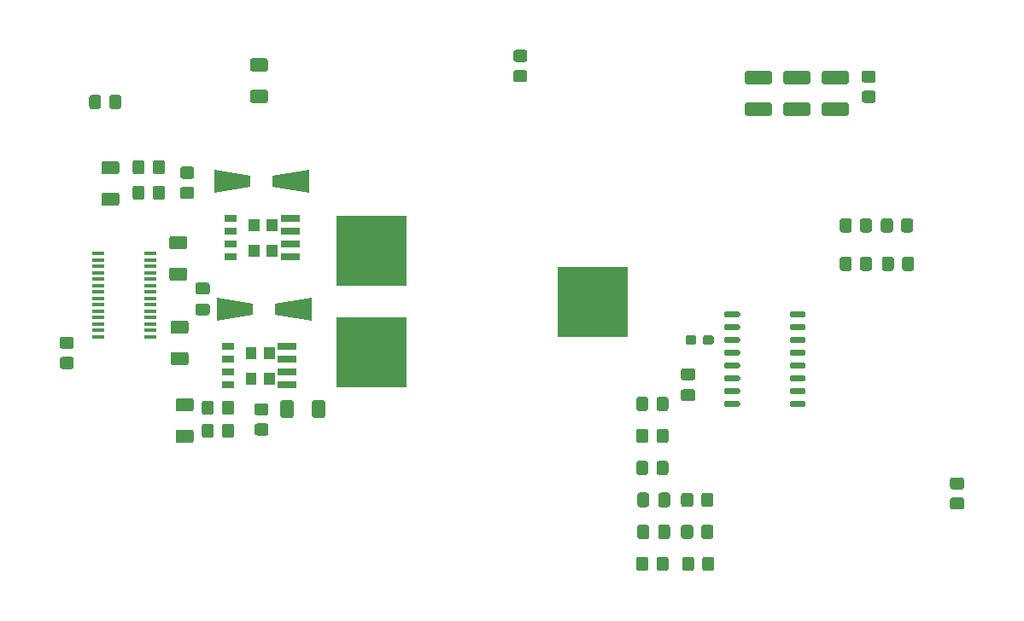
<source format=gbr>
%TF.GenerationSoftware,KiCad,Pcbnew,(5.1.9)-1*%
%TF.CreationDate,2022-12-04T20:34:53-06:00*%
%TF.ProjectId,Battery_Charger_V1,42617474-6572-4795-9f43-686172676572,rev?*%
%TF.SameCoordinates,Original*%
%TF.FileFunction,Paste,Top*%
%TF.FilePolarity,Positive*%
%FSLAX46Y46*%
G04 Gerber Fmt 4.6, Leading zero omitted, Abs format (unit mm)*
G04 Created by KiCad (PCBNEW (5.1.9)-1) date 2022-12-04 20:34:53*
%MOMM*%
%LPD*%
G01*
G04 APERTURE LIST*
%ADD10C,0.100000*%
%ADD11R,1.900000X0.700000*%
%ADD12R,1.150000X0.700000*%
%ADD13R,7.000000X7.000000*%
%ADD14R,1.200000X0.400000*%
G04 APERTURE END LIST*
D10*
%TO.C,Q4*%
G36*
X132563000Y-110532000D02*
G01*
X132563000Y-109432000D01*
X133563000Y-109432000D01*
X133563000Y-110532000D01*
X132563000Y-110532000D01*
G37*
X132563000Y-110532000D02*
X132563000Y-109432000D01*
X133563000Y-109432000D01*
X133563000Y-110532000D01*
X132563000Y-110532000D01*
G36*
X130763000Y-107992000D02*
G01*
X130763000Y-106892000D01*
X131763000Y-106892000D01*
X131763000Y-107992000D01*
X130763000Y-107992000D01*
G37*
X130763000Y-107992000D02*
X130763000Y-106892000D01*
X131763000Y-106892000D01*
X131763000Y-107992000D01*
X130763000Y-107992000D01*
G36*
X132563000Y-107992000D02*
G01*
X132563000Y-106892000D01*
X133563000Y-106892000D01*
X133563000Y-107992000D01*
X132563000Y-107992000D01*
G37*
X132563000Y-107992000D02*
X132563000Y-106892000D01*
X133563000Y-106892000D01*
X133563000Y-107992000D01*
X132563000Y-107992000D01*
G36*
X130763000Y-110532000D02*
G01*
X130763000Y-109432000D01*
X131763000Y-109432000D01*
X131763000Y-110532000D01*
X130763000Y-110532000D01*
G37*
X130763000Y-110532000D02*
X130763000Y-109432000D01*
X131763000Y-109432000D01*
X131763000Y-110532000D01*
X130763000Y-110532000D01*
%TO.C,Q3*%
G36*
X132838000Y-97832000D02*
G01*
X132838000Y-96732000D01*
X133838000Y-96732000D01*
X133838000Y-97832000D01*
X132838000Y-97832000D01*
G37*
X132838000Y-97832000D02*
X132838000Y-96732000D01*
X133838000Y-96732000D01*
X133838000Y-97832000D01*
X132838000Y-97832000D01*
G36*
X131038000Y-95292000D02*
G01*
X131038000Y-94192000D01*
X132038000Y-94192000D01*
X132038000Y-95292000D01*
X131038000Y-95292000D01*
G37*
X131038000Y-95292000D02*
X131038000Y-94192000D01*
X132038000Y-94192000D01*
X132038000Y-95292000D01*
X131038000Y-95292000D01*
G36*
X132838000Y-95292000D02*
G01*
X132838000Y-94192000D01*
X133838000Y-94192000D01*
X133838000Y-95292000D01*
X132838000Y-95292000D01*
G37*
X132838000Y-95292000D02*
X132838000Y-94192000D01*
X133838000Y-94192000D01*
X133838000Y-95292000D01*
X132838000Y-95292000D01*
G36*
X131038000Y-97832000D02*
G01*
X131038000Y-96732000D01*
X132038000Y-96732000D01*
X132038000Y-97832000D01*
X131038000Y-97832000D01*
G37*
X131038000Y-97832000D02*
X131038000Y-96732000D01*
X132038000Y-96732000D01*
X132038000Y-97832000D01*
X131038000Y-97832000D01*
%TD*%
%TO.C,R37*%
G36*
G01*
X115240000Y-83000001D02*
X115240000Y-82099999D01*
G75*
G02*
X115489999Y-81850000I249999J0D01*
G01*
X116190001Y-81850000D01*
G75*
G02*
X116440000Y-82099999I0J-249999D01*
G01*
X116440000Y-83000001D01*
G75*
G02*
X116190001Y-83250000I-249999J0D01*
G01*
X115489999Y-83250000D01*
G75*
G02*
X115240000Y-83000001I0J249999D01*
G01*
G37*
G36*
G01*
X117240000Y-83000001D02*
X117240000Y-82099999D01*
G75*
G02*
X117489999Y-81850000I249999J0D01*
G01*
X118190001Y-81850000D01*
G75*
G02*
X118440000Y-82099999I0J-249999D01*
G01*
X118440000Y-83000001D01*
G75*
G02*
X118190001Y-83250000I-249999J0D01*
G01*
X117489999Y-83250000D01*
G75*
G02*
X117240000Y-83000001I0J249999D01*
G01*
G37*
%TD*%
D11*
%TO.C,Q4*%
X134888000Y-109347000D03*
X134888000Y-110617000D03*
D12*
X129038000Y-110617000D03*
X129038000Y-108077000D03*
X129038000Y-106807000D03*
X129038000Y-109347000D03*
D11*
X134888000Y-108077000D03*
X134888000Y-106807000D03*
%TD*%
%TO.C,Q3*%
X135163000Y-96647000D03*
X135163000Y-97917000D03*
D12*
X129313000Y-97917000D03*
X129313000Y-95377000D03*
X129313000Y-94107000D03*
X129313000Y-96647000D03*
D11*
X135163000Y-95377000D03*
X135163000Y-94107000D03*
%TD*%
%TO.C,C3*%
G36*
G01*
X175443000Y-105934500D02*
X175443000Y-106409500D01*
G75*
G02*
X175205500Y-106647000I-237500J0D01*
G01*
X174605500Y-106647000D01*
G75*
G02*
X174368000Y-106409500I0J237500D01*
G01*
X174368000Y-105934500D01*
G75*
G02*
X174605500Y-105697000I237500J0D01*
G01*
X175205500Y-105697000D01*
G75*
G02*
X175443000Y-105934500I0J-237500D01*
G01*
G37*
G36*
G01*
X177168000Y-105934500D02*
X177168000Y-106409500D01*
G75*
G02*
X176930500Y-106647000I-237500J0D01*
G01*
X176330500Y-106647000D01*
G75*
G02*
X176093000Y-106409500I0J237500D01*
G01*
X176093000Y-105934500D01*
G75*
G02*
X176330500Y-105697000I237500J0D01*
G01*
X176930500Y-105697000D01*
G75*
G02*
X177168000Y-105934500I0J-237500D01*
G01*
G37*
%TD*%
%TO.C,C5*%
G36*
G01*
X124729002Y-97182500D02*
X123428998Y-97182500D01*
G75*
G02*
X123179000Y-96932502I0J249998D01*
G01*
X123179000Y-96107498D01*
G75*
G02*
X123428998Y-95857500I249998J0D01*
G01*
X124729002Y-95857500D01*
G75*
G02*
X124979000Y-96107498I0J-249998D01*
G01*
X124979000Y-96932502D01*
G75*
G02*
X124729002Y-97182500I-249998J0D01*
G01*
G37*
G36*
G01*
X124729002Y-100307500D02*
X123428998Y-100307500D01*
G75*
G02*
X123179000Y-100057502I0J249998D01*
G01*
X123179000Y-99232498D01*
G75*
G02*
X123428998Y-98982500I249998J0D01*
G01*
X124729002Y-98982500D01*
G75*
G02*
X124979000Y-99232498I0J-249998D01*
G01*
X124979000Y-100057502D01*
G75*
G02*
X124729002Y-100307500I-249998J0D01*
G01*
G37*
%TD*%
%TO.C,C6*%
G36*
G01*
X124856002Y-105564500D02*
X123555998Y-105564500D01*
G75*
G02*
X123306000Y-105314502I0J249998D01*
G01*
X123306000Y-104489498D01*
G75*
G02*
X123555998Y-104239500I249998J0D01*
G01*
X124856002Y-104239500D01*
G75*
G02*
X125106000Y-104489498I0J-249998D01*
G01*
X125106000Y-105314502D01*
G75*
G02*
X124856002Y-105564500I-249998J0D01*
G01*
G37*
G36*
G01*
X124856002Y-108689500D02*
X123555998Y-108689500D01*
G75*
G02*
X123306000Y-108439502I0J249998D01*
G01*
X123306000Y-107614498D01*
G75*
G02*
X123555998Y-107364500I249998J0D01*
G01*
X124856002Y-107364500D01*
G75*
G02*
X125106000Y-107614498I0J-249998D01*
G01*
X125106000Y-108439502D01*
G75*
G02*
X124856002Y-108689500I-249998J0D01*
G01*
G37*
%TD*%
%TO.C,C7*%
G36*
G01*
X126017000Y-100483000D02*
X126967000Y-100483000D01*
G75*
G02*
X127217000Y-100733000I0J-250000D01*
G01*
X127217000Y-101408000D01*
G75*
G02*
X126967000Y-101658000I-250000J0D01*
G01*
X126017000Y-101658000D01*
G75*
G02*
X125767000Y-101408000I0J250000D01*
G01*
X125767000Y-100733000D01*
G75*
G02*
X126017000Y-100483000I250000J0D01*
G01*
G37*
G36*
G01*
X126017000Y-102558000D02*
X126967000Y-102558000D01*
G75*
G02*
X127217000Y-102808000I0J-250000D01*
G01*
X127217000Y-103483000D01*
G75*
G02*
X126967000Y-103733000I-250000J0D01*
G01*
X126017000Y-103733000D01*
G75*
G02*
X125767000Y-103483000I0J250000D01*
G01*
X125767000Y-102808000D01*
G75*
G02*
X126017000Y-102558000I250000J0D01*
G01*
G37*
%TD*%
%TO.C,C9*%
G36*
G01*
X175100000Y-110167000D02*
X174150000Y-110167000D01*
G75*
G02*
X173900000Y-109917000I0J250000D01*
G01*
X173900000Y-109242000D01*
G75*
G02*
X174150000Y-108992000I250000J0D01*
G01*
X175100000Y-108992000D01*
G75*
G02*
X175350000Y-109242000I0J-250000D01*
G01*
X175350000Y-109917000D01*
G75*
G02*
X175100000Y-110167000I-250000J0D01*
G01*
G37*
G36*
G01*
X175100000Y-112242000D02*
X174150000Y-112242000D01*
G75*
G02*
X173900000Y-111992000I0J250000D01*
G01*
X173900000Y-111317000D01*
G75*
G02*
X174150000Y-111067000I250000J0D01*
G01*
X175100000Y-111067000D01*
G75*
G02*
X175350000Y-111317000I0J-250000D01*
G01*
X175350000Y-111992000D01*
G75*
G02*
X175100000Y-112242000I-250000J0D01*
G01*
G37*
%TD*%
%TO.C,C10*%
G36*
G01*
X171667500Y-122522000D02*
X171667500Y-121572000D01*
G75*
G02*
X171917500Y-121322000I250000J0D01*
G01*
X172592500Y-121322000D01*
G75*
G02*
X172842500Y-121572000I0J-250000D01*
G01*
X172842500Y-122522000D01*
G75*
G02*
X172592500Y-122772000I-250000J0D01*
G01*
X171917500Y-122772000D01*
G75*
G02*
X171667500Y-122522000I0J250000D01*
G01*
G37*
G36*
G01*
X169592500Y-122522000D02*
X169592500Y-121572000D01*
G75*
G02*
X169842500Y-121322000I250000J0D01*
G01*
X170517500Y-121322000D01*
G75*
G02*
X170767500Y-121572000I0J-250000D01*
G01*
X170767500Y-122522000D01*
G75*
G02*
X170517500Y-122772000I-250000J0D01*
G01*
X169842500Y-122772000D01*
G75*
G02*
X169592500Y-122522000I0J250000D01*
G01*
G37*
%TD*%
%TO.C,C11*%
G36*
G01*
X171667500Y-125697000D02*
X171667500Y-124747000D01*
G75*
G02*
X171917500Y-124497000I250000J0D01*
G01*
X172592500Y-124497000D01*
G75*
G02*
X172842500Y-124747000I0J-250000D01*
G01*
X172842500Y-125697000D01*
G75*
G02*
X172592500Y-125947000I-250000J0D01*
G01*
X171917500Y-125947000D01*
G75*
G02*
X171667500Y-125697000I0J250000D01*
G01*
G37*
G36*
G01*
X169592500Y-125697000D02*
X169592500Y-124747000D01*
G75*
G02*
X169842500Y-124497000I250000J0D01*
G01*
X170517500Y-124497000D01*
G75*
G02*
X170767500Y-124747000I0J-250000D01*
G01*
X170767500Y-125697000D01*
G75*
G02*
X170517500Y-125947000I-250000J0D01*
G01*
X169842500Y-125947000D01*
G75*
G02*
X169592500Y-125697000I0J250000D01*
G01*
G37*
%TD*%
%TO.C,C12*%
G36*
G01*
X132730002Y-82654500D02*
X131429998Y-82654500D01*
G75*
G02*
X131180000Y-82404502I0J249998D01*
G01*
X131180000Y-81579498D01*
G75*
G02*
X131429998Y-81329500I249998J0D01*
G01*
X132730002Y-81329500D01*
G75*
G02*
X132980000Y-81579498I0J-249998D01*
G01*
X132980000Y-82404502D01*
G75*
G02*
X132730002Y-82654500I-249998J0D01*
G01*
G37*
G36*
G01*
X132730002Y-79529500D02*
X131429998Y-79529500D01*
G75*
G02*
X131180000Y-79279502I0J249998D01*
G01*
X131180000Y-78454498D01*
G75*
G02*
X131429998Y-78204500I249998J0D01*
G01*
X132730002Y-78204500D01*
G75*
G02*
X132980000Y-78454498I0J-249998D01*
G01*
X132980000Y-79279502D01*
G75*
G02*
X132730002Y-79529500I-249998J0D01*
G01*
G37*
%TD*%
%TO.C,C13*%
G36*
G01*
X117998002Y-92864500D02*
X116697998Y-92864500D01*
G75*
G02*
X116448000Y-92614502I0J249998D01*
G01*
X116448000Y-91789498D01*
G75*
G02*
X116697998Y-91539500I249998J0D01*
G01*
X117998002Y-91539500D01*
G75*
G02*
X118248000Y-91789498I0J-249998D01*
G01*
X118248000Y-92614502D01*
G75*
G02*
X117998002Y-92864500I-249998J0D01*
G01*
G37*
G36*
G01*
X117998002Y-89739500D02*
X116697998Y-89739500D01*
G75*
G02*
X116448000Y-89489502I0J249998D01*
G01*
X116448000Y-88664498D01*
G75*
G02*
X116697998Y-88414500I249998J0D01*
G01*
X117998002Y-88414500D01*
G75*
G02*
X118248000Y-88664498I0J-249998D01*
G01*
X118248000Y-89489502D01*
G75*
G02*
X117998002Y-89739500I-249998J0D01*
G01*
G37*
%TD*%
%TO.C,C14*%
G36*
G01*
X124063998Y-111948000D02*
X125364002Y-111948000D01*
G75*
G02*
X125614000Y-112197998I0J-249998D01*
G01*
X125614000Y-113023002D01*
G75*
G02*
X125364002Y-113273000I-249998J0D01*
G01*
X124063998Y-113273000D01*
G75*
G02*
X123814000Y-113023002I0J249998D01*
G01*
X123814000Y-112197998D01*
G75*
G02*
X124063998Y-111948000I249998J0D01*
G01*
G37*
G36*
G01*
X124063998Y-115073000D02*
X125364002Y-115073000D01*
G75*
G02*
X125614000Y-115322998I0J-249998D01*
G01*
X125614000Y-116148002D01*
G75*
G02*
X125364002Y-116398000I-249998J0D01*
G01*
X124063998Y-116398000D01*
G75*
G02*
X123814000Y-116148002I0J249998D01*
G01*
X123814000Y-115322998D01*
G75*
G02*
X124063998Y-115073000I249998J0D01*
G01*
G37*
%TD*%
%TO.C,C15*%
G36*
G01*
X137336500Y-113680002D02*
X137336500Y-112379998D01*
G75*
G02*
X137586498Y-112130000I249998J0D01*
G01*
X138411502Y-112130000D01*
G75*
G02*
X138661500Y-112379998I0J-249998D01*
G01*
X138661500Y-113680002D01*
G75*
G02*
X138411502Y-113930000I-249998J0D01*
G01*
X137586498Y-113930000D01*
G75*
G02*
X137336500Y-113680002I0J249998D01*
G01*
G37*
G36*
G01*
X134211500Y-113680002D02*
X134211500Y-112379998D01*
G75*
G02*
X134461498Y-112130000I249998J0D01*
G01*
X135286502Y-112130000D01*
G75*
G02*
X135536500Y-112379998I0J-249998D01*
G01*
X135536500Y-113680002D01*
G75*
G02*
X135286502Y-113930000I-249998J0D01*
G01*
X134461498Y-113930000D01*
G75*
G02*
X134211500Y-113680002I0J249998D01*
G01*
G37*
%TD*%
%TO.C,C17*%
G36*
G01*
X188129998Y-82599500D02*
X190330002Y-82599500D01*
G75*
G02*
X190580000Y-82849498I0J-249998D01*
G01*
X190580000Y-83674502D01*
G75*
G02*
X190330002Y-83924500I-249998J0D01*
G01*
X188129998Y-83924500D01*
G75*
G02*
X187880000Y-83674502I0J249998D01*
G01*
X187880000Y-82849498D01*
G75*
G02*
X188129998Y-82599500I249998J0D01*
G01*
G37*
G36*
G01*
X188129998Y-79474500D02*
X190330002Y-79474500D01*
G75*
G02*
X190580000Y-79724498I0J-249998D01*
G01*
X190580000Y-80549502D01*
G75*
G02*
X190330002Y-80799500I-249998J0D01*
G01*
X188129998Y-80799500D01*
G75*
G02*
X187880000Y-80549502I0J249998D01*
G01*
X187880000Y-79724498D01*
G75*
G02*
X188129998Y-79474500I249998J0D01*
G01*
G37*
%TD*%
%TO.C,C18*%
G36*
G01*
X184319998Y-79474500D02*
X186520002Y-79474500D01*
G75*
G02*
X186770000Y-79724498I0J-249998D01*
G01*
X186770000Y-80549502D01*
G75*
G02*
X186520002Y-80799500I-249998J0D01*
G01*
X184319998Y-80799500D01*
G75*
G02*
X184070000Y-80549502I0J249998D01*
G01*
X184070000Y-79724498D01*
G75*
G02*
X184319998Y-79474500I249998J0D01*
G01*
G37*
G36*
G01*
X184319998Y-82599500D02*
X186520002Y-82599500D01*
G75*
G02*
X186770000Y-82849498I0J-249998D01*
G01*
X186770000Y-83674502D01*
G75*
G02*
X186520002Y-83924500I-249998J0D01*
G01*
X184319998Y-83924500D01*
G75*
G02*
X184070000Y-83674502I0J249998D01*
G01*
X184070000Y-82849498D01*
G75*
G02*
X184319998Y-82599500I249998J0D01*
G01*
G37*
%TD*%
%TO.C,C19*%
G36*
G01*
X180509998Y-79474500D02*
X182710002Y-79474500D01*
G75*
G02*
X182960000Y-79724498I0J-249998D01*
G01*
X182960000Y-80549502D01*
G75*
G02*
X182710002Y-80799500I-249998J0D01*
G01*
X180509998Y-80799500D01*
G75*
G02*
X180260000Y-80549502I0J249998D01*
G01*
X180260000Y-79724498D01*
G75*
G02*
X180509998Y-79474500I249998J0D01*
G01*
G37*
G36*
G01*
X180509998Y-82599500D02*
X182710002Y-82599500D01*
G75*
G02*
X182960000Y-82849498I0J-249998D01*
G01*
X182960000Y-83674502D01*
G75*
G02*
X182710002Y-83924500I-249998J0D01*
G01*
X180509998Y-83924500D01*
G75*
G02*
X180260000Y-83674502I0J249998D01*
G01*
X180260000Y-82849498D01*
G75*
G02*
X180509998Y-82599500I249998J0D01*
G01*
G37*
%TD*%
D10*
%TO.C,D6*%
G36*
X127634000Y-91574000D02*
G01*
X127634000Y-89274000D01*
X131234000Y-89874000D01*
X131234000Y-90974000D01*
X127634000Y-91574000D01*
G37*
G36*
X137034000Y-89274000D02*
G01*
X137034000Y-91574000D01*
X133434000Y-90974000D01*
X133434000Y-89874000D01*
X137034000Y-89274000D01*
G37*
%TD*%
%TO.C,D8*%
G36*
X137288000Y-101974000D02*
G01*
X137288000Y-104274000D01*
X133688000Y-103674000D01*
X133688000Y-102574000D01*
X137288000Y-101974000D01*
G37*
G36*
X127888000Y-104274000D02*
G01*
X127888000Y-101974000D01*
X131488000Y-102574000D01*
X131488000Y-103674000D01*
X127888000Y-104274000D01*
G37*
%TD*%
D13*
%TO.C,L1*%
X143280000Y-97362000D03*
X143280000Y-107362000D03*
X165180000Y-102362000D03*
%TD*%
%TO.C,R1*%
G36*
G01*
X124517999Y-90967000D02*
X125418001Y-90967000D01*
G75*
G02*
X125668000Y-91216999I0J-249999D01*
G01*
X125668000Y-91917001D01*
G75*
G02*
X125418001Y-92167000I-249999J0D01*
G01*
X124517999Y-92167000D01*
G75*
G02*
X124268000Y-91917001I0J249999D01*
G01*
X124268000Y-91216999D01*
G75*
G02*
X124517999Y-90967000I249999J0D01*
G01*
G37*
G36*
G01*
X124517999Y-88967000D02*
X125418001Y-88967000D01*
G75*
G02*
X125668000Y-89216999I0J-249999D01*
G01*
X125668000Y-89917001D01*
G75*
G02*
X125418001Y-90167000I-249999J0D01*
G01*
X124517999Y-90167000D01*
G75*
G02*
X124268000Y-89917001I0J249999D01*
G01*
X124268000Y-89216999D01*
G75*
G02*
X124517999Y-88967000I249999J0D01*
G01*
G37*
%TD*%
%TO.C,R2*%
G36*
G01*
X131883999Y-112462000D02*
X132784001Y-112462000D01*
G75*
G02*
X133034000Y-112711999I0J-249999D01*
G01*
X133034000Y-113412001D01*
G75*
G02*
X132784001Y-113662000I-249999J0D01*
G01*
X131883999Y-113662000D01*
G75*
G02*
X131634000Y-113412001I0J249999D01*
G01*
X131634000Y-112711999D01*
G75*
G02*
X131883999Y-112462000I249999J0D01*
G01*
G37*
G36*
G01*
X131883999Y-114462000D02*
X132784001Y-114462000D01*
G75*
G02*
X133034000Y-114711999I0J-249999D01*
G01*
X133034000Y-115412001D01*
G75*
G02*
X132784001Y-115662000I-249999J0D01*
G01*
X131883999Y-115662000D01*
G75*
G02*
X131634000Y-115412001I0J249999D01*
G01*
X131634000Y-114711999D01*
G75*
G02*
X131883999Y-114462000I249999J0D01*
G01*
G37*
%TD*%
%TO.C,R8*%
G36*
G01*
X170685000Y-112071999D02*
X170685000Y-112972001D01*
G75*
G02*
X170435001Y-113222000I-249999J0D01*
G01*
X169734999Y-113222000D01*
G75*
G02*
X169485000Y-112972001I0J249999D01*
G01*
X169485000Y-112071999D01*
G75*
G02*
X169734999Y-111822000I249999J0D01*
G01*
X170435001Y-111822000D01*
G75*
G02*
X170685000Y-112071999I0J-249999D01*
G01*
G37*
G36*
G01*
X172685000Y-112071999D02*
X172685000Y-112972001D01*
G75*
G02*
X172435001Y-113222000I-249999J0D01*
G01*
X171734999Y-113222000D01*
G75*
G02*
X171485000Y-112972001I0J249999D01*
G01*
X171485000Y-112071999D01*
G75*
G02*
X171734999Y-111822000I249999J0D01*
G01*
X172435001Y-111822000D01*
G75*
G02*
X172685000Y-112071999I0J-249999D01*
G01*
G37*
%TD*%
%TO.C,R9*%
G36*
G01*
X112579999Y-107858000D02*
X113480001Y-107858000D01*
G75*
G02*
X113730000Y-108107999I0J-249999D01*
G01*
X113730000Y-108808001D01*
G75*
G02*
X113480001Y-109058000I-249999J0D01*
G01*
X112579999Y-109058000D01*
G75*
G02*
X112330000Y-108808001I0J249999D01*
G01*
X112330000Y-108107999D01*
G75*
G02*
X112579999Y-107858000I249999J0D01*
G01*
G37*
G36*
G01*
X112579999Y-105858000D02*
X113480001Y-105858000D01*
G75*
G02*
X113730000Y-106107999I0J-249999D01*
G01*
X113730000Y-106808001D01*
G75*
G02*
X113480001Y-107058000I-249999J0D01*
G01*
X112579999Y-107058000D01*
G75*
G02*
X112330000Y-106808001I0J249999D01*
G01*
X112330000Y-106107999D01*
G75*
G02*
X112579999Y-105858000I249999J0D01*
G01*
G37*
%TD*%
%TO.C,R10*%
G36*
G01*
X129616000Y-112452999D02*
X129616000Y-113353001D01*
G75*
G02*
X129366001Y-113603000I-249999J0D01*
G01*
X128665999Y-113603000D01*
G75*
G02*
X128416000Y-113353001I0J249999D01*
G01*
X128416000Y-112452999D01*
G75*
G02*
X128665999Y-112203000I249999J0D01*
G01*
X129366001Y-112203000D01*
G75*
G02*
X129616000Y-112452999I0J-249999D01*
G01*
G37*
G36*
G01*
X127616000Y-112452999D02*
X127616000Y-113353001D01*
G75*
G02*
X127366001Y-113603000I-249999J0D01*
G01*
X126665999Y-113603000D01*
G75*
G02*
X126416000Y-113353001I0J249999D01*
G01*
X126416000Y-112452999D01*
G75*
G02*
X126665999Y-112203000I249999J0D01*
G01*
X127366001Y-112203000D01*
G75*
G02*
X127616000Y-112452999I0J-249999D01*
G01*
G37*
%TD*%
%TO.C,R11*%
G36*
G01*
X127616000Y-114738999D02*
X127616000Y-115639001D01*
G75*
G02*
X127366001Y-115889000I-249999J0D01*
G01*
X126665999Y-115889000D01*
G75*
G02*
X126416000Y-115639001I0J249999D01*
G01*
X126416000Y-114738999D01*
G75*
G02*
X126665999Y-114489000I249999J0D01*
G01*
X127366001Y-114489000D01*
G75*
G02*
X127616000Y-114738999I0J-249999D01*
G01*
G37*
G36*
G01*
X129616000Y-114738999D02*
X129616000Y-115639001D01*
G75*
G02*
X129366001Y-115889000I-249999J0D01*
G01*
X128665999Y-115889000D01*
G75*
G02*
X128416000Y-115639001I0J249999D01*
G01*
X128416000Y-114738999D01*
G75*
G02*
X128665999Y-114489000I249999J0D01*
G01*
X129366001Y-114489000D01*
G75*
G02*
X129616000Y-114738999I0J-249999D01*
G01*
G37*
%TD*%
%TO.C,R12*%
G36*
G01*
X172685000Y-118421999D02*
X172685000Y-119322001D01*
G75*
G02*
X172435001Y-119572000I-249999J0D01*
G01*
X171734999Y-119572000D01*
G75*
G02*
X171485000Y-119322001I0J249999D01*
G01*
X171485000Y-118421999D01*
G75*
G02*
X171734999Y-118172000I249999J0D01*
G01*
X172435001Y-118172000D01*
G75*
G02*
X172685000Y-118421999I0J-249999D01*
G01*
G37*
G36*
G01*
X170685000Y-118421999D02*
X170685000Y-119322001D01*
G75*
G02*
X170435001Y-119572000I-249999J0D01*
G01*
X169734999Y-119572000D01*
G75*
G02*
X169485000Y-119322001I0J249999D01*
G01*
X169485000Y-118421999D01*
G75*
G02*
X169734999Y-118172000I249999J0D01*
G01*
X170435001Y-118172000D01*
G75*
G02*
X170685000Y-118421999I0J-249999D01*
G01*
G37*
%TD*%
%TO.C,R13*%
G36*
G01*
X172685000Y-127946600D02*
X172685000Y-128847400D01*
G75*
G02*
X172435400Y-129097000I-249600J0D01*
G01*
X171734600Y-129097000D01*
G75*
G02*
X171485000Y-128847400I0J249600D01*
G01*
X171485000Y-127946600D01*
G75*
G02*
X171734600Y-127697000I249600J0D01*
G01*
X172435400Y-127697000D01*
G75*
G02*
X172685000Y-127946600I0J-249600D01*
G01*
G37*
G36*
G01*
X170685000Y-127946999D02*
X170685000Y-128847001D01*
G75*
G02*
X170435001Y-129097000I-249999J0D01*
G01*
X169734999Y-129097000D01*
G75*
G02*
X169485000Y-128847001I0J249999D01*
G01*
X169485000Y-127946999D01*
G75*
G02*
X169734999Y-127697000I249999J0D01*
G01*
X170435001Y-127697000D01*
G75*
G02*
X170685000Y-127946999I0J-249999D01*
G01*
G37*
%TD*%
%TO.C,R14*%
G36*
G01*
X122758000Y-91116999D02*
X122758000Y-92017001D01*
G75*
G02*
X122508001Y-92267000I-249999J0D01*
G01*
X121807999Y-92267000D01*
G75*
G02*
X121558000Y-92017001I0J249999D01*
G01*
X121558000Y-91116999D01*
G75*
G02*
X121807999Y-90867000I249999J0D01*
G01*
X122508001Y-90867000D01*
G75*
G02*
X122758000Y-91116999I0J-249999D01*
G01*
G37*
G36*
G01*
X120758000Y-91116999D02*
X120758000Y-92017001D01*
G75*
G02*
X120508001Y-92267000I-249999J0D01*
G01*
X119807999Y-92267000D01*
G75*
G02*
X119558000Y-92017001I0J249999D01*
G01*
X119558000Y-91116999D01*
G75*
G02*
X119807999Y-90867000I249999J0D01*
G01*
X120508001Y-90867000D01*
G75*
G02*
X120758000Y-91116999I0J-249999D01*
G01*
G37*
%TD*%
%TO.C,R15*%
G36*
G01*
X120758000Y-88576999D02*
X120758000Y-89477001D01*
G75*
G02*
X120508001Y-89727000I-249999J0D01*
G01*
X119807999Y-89727000D01*
G75*
G02*
X119558000Y-89477001I0J249999D01*
G01*
X119558000Y-88576999D01*
G75*
G02*
X119807999Y-88327000I249999J0D01*
G01*
X120508001Y-88327000D01*
G75*
G02*
X120758000Y-88576999I0J-249999D01*
G01*
G37*
G36*
G01*
X122758000Y-88576999D02*
X122758000Y-89477001D01*
G75*
G02*
X122508001Y-89727000I-249999J0D01*
G01*
X121807999Y-89727000D01*
G75*
G02*
X121558000Y-89477001I0J249999D01*
G01*
X121558000Y-88576999D01*
G75*
G02*
X121807999Y-88327000I249999J0D01*
G01*
X122508001Y-88327000D01*
G75*
G02*
X122758000Y-88576999I0J-249999D01*
G01*
G37*
%TD*%
%TO.C,R20*%
G36*
G01*
X196942000Y-94355499D02*
X196942000Y-95255501D01*
G75*
G02*
X196692001Y-95505500I-249999J0D01*
G01*
X195991999Y-95505500D01*
G75*
G02*
X195742000Y-95255501I0J249999D01*
G01*
X195742000Y-94355499D01*
G75*
G02*
X195991999Y-94105500I249999J0D01*
G01*
X196692001Y-94105500D01*
G75*
G02*
X196942000Y-94355499I0J-249999D01*
G01*
G37*
G36*
G01*
X194942000Y-94355499D02*
X194942000Y-95255501D01*
G75*
G02*
X194692001Y-95505500I-249999J0D01*
G01*
X193991999Y-95505500D01*
G75*
G02*
X193742000Y-95255501I0J249999D01*
G01*
X193742000Y-94355499D01*
G75*
G02*
X193991999Y-94105500I249999J0D01*
G01*
X194692001Y-94105500D01*
G75*
G02*
X194942000Y-94355499I0J-249999D01*
G01*
G37*
%TD*%
%TO.C,R21*%
G36*
G01*
X195837000Y-99065501D02*
X195837000Y-98165499D01*
G75*
G02*
X196086999Y-97915500I249999J0D01*
G01*
X196787001Y-97915500D01*
G75*
G02*
X197037000Y-98165499I0J-249999D01*
G01*
X197037000Y-99065501D01*
G75*
G02*
X196787001Y-99315500I-249999J0D01*
G01*
X196086999Y-99315500D01*
G75*
G02*
X195837000Y-99065501I0J249999D01*
G01*
G37*
G36*
G01*
X193837000Y-99065501D02*
X193837000Y-98165499D01*
G75*
G02*
X194086999Y-97915500I249999J0D01*
G01*
X194787001Y-97915500D01*
G75*
G02*
X195037000Y-98165499I0J-249999D01*
G01*
X195037000Y-99065501D01*
G75*
G02*
X194787001Y-99315500I-249999J0D01*
G01*
X194086999Y-99315500D01*
G75*
G02*
X193837000Y-99065501I0J249999D01*
G01*
G37*
%TD*%
%TO.C,R22*%
G36*
G01*
X189662000Y-99065501D02*
X189662000Y-98165499D01*
G75*
G02*
X189911999Y-97915500I249999J0D01*
G01*
X190612001Y-97915500D01*
G75*
G02*
X190862000Y-98165499I0J-249999D01*
G01*
X190862000Y-99065501D01*
G75*
G02*
X190612001Y-99315500I-249999J0D01*
G01*
X189911999Y-99315500D01*
G75*
G02*
X189662000Y-99065501I0J249999D01*
G01*
G37*
G36*
G01*
X191662000Y-99065501D02*
X191662000Y-98165499D01*
G75*
G02*
X191911999Y-97915500I249999J0D01*
G01*
X192612001Y-97915500D01*
G75*
G02*
X192862000Y-98165499I0J-249999D01*
G01*
X192862000Y-99065501D01*
G75*
G02*
X192612001Y-99315500I-249999J0D01*
G01*
X191911999Y-99315500D01*
G75*
G02*
X191662000Y-99065501I0J249999D01*
G01*
G37*
%TD*%
%TO.C,R23*%
G36*
G01*
X157537999Y-77378000D02*
X158438001Y-77378000D01*
G75*
G02*
X158688000Y-77627999I0J-249999D01*
G01*
X158688000Y-78328001D01*
G75*
G02*
X158438001Y-78578000I-249999J0D01*
G01*
X157537999Y-78578000D01*
G75*
G02*
X157288000Y-78328001I0J249999D01*
G01*
X157288000Y-77627999D01*
G75*
G02*
X157537999Y-77378000I249999J0D01*
G01*
G37*
G36*
G01*
X157537999Y-79378000D02*
X158438001Y-79378000D01*
G75*
G02*
X158688000Y-79627999I0J-249999D01*
G01*
X158688000Y-80328001D01*
G75*
G02*
X158438001Y-80578000I-249999J0D01*
G01*
X157537999Y-80578000D01*
G75*
G02*
X157288000Y-80328001I0J249999D01*
G01*
X157288000Y-79627999D01*
G75*
G02*
X157537999Y-79378000I249999J0D01*
G01*
G37*
%TD*%
%TO.C,R24*%
G36*
G01*
X177225000Y-127946999D02*
X177225000Y-128847001D01*
G75*
G02*
X176975001Y-129097000I-249999J0D01*
G01*
X176274999Y-129097000D01*
G75*
G02*
X176025000Y-128847001I0J249999D01*
G01*
X176025000Y-127946999D01*
G75*
G02*
X176274999Y-127697000I249999J0D01*
G01*
X176975001Y-127697000D01*
G75*
G02*
X177225000Y-127946999I0J-249999D01*
G01*
G37*
G36*
G01*
X175225000Y-127946999D02*
X175225000Y-128847001D01*
G75*
G02*
X174975001Y-129097000I-249999J0D01*
G01*
X174274999Y-129097000D01*
G75*
G02*
X174025000Y-128847001I0J249999D01*
G01*
X174025000Y-127946999D01*
G75*
G02*
X174274999Y-127697000I249999J0D01*
G01*
X174975001Y-127697000D01*
G75*
G02*
X175225000Y-127946999I0J-249999D01*
G01*
G37*
%TD*%
%TO.C,R25*%
G36*
G01*
X175130000Y-124771999D02*
X175130000Y-125672001D01*
G75*
G02*
X174880001Y-125922000I-249999J0D01*
G01*
X174179999Y-125922000D01*
G75*
G02*
X173930000Y-125672001I0J249999D01*
G01*
X173930000Y-124771999D01*
G75*
G02*
X174179999Y-124522000I249999J0D01*
G01*
X174880001Y-124522000D01*
G75*
G02*
X175130000Y-124771999I0J-249999D01*
G01*
G37*
G36*
G01*
X177130000Y-124771999D02*
X177130000Y-125672001D01*
G75*
G02*
X176880001Y-125922000I-249999J0D01*
G01*
X176179999Y-125922000D01*
G75*
G02*
X175930000Y-125672001I0J249999D01*
G01*
X175930000Y-124771999D01*
G75*
G02*
X176179999Y-124522000I249999J0D01*
G01*
X176880001Y-124522000D01*
G75*
G02*
X177130000Y-124771999I0J-249999D01*
G01*
G37*
%TD*%
%TO.C,R26*%
G36*
G01*
X200844999Y-121812000D02*
X201745001Y-121812000D01*
G75*
G02*
X201995000Y-122061999I0J-249999D01*
G01*
X201995000Y-122762001D01*
G75*
G02*
X201745001Y-123012000I-249999J0D01*
G01*
X200844999Y-123012000D01*
G75*
G02*
X200595000Y-122762001I0J249999D01*
G01*
X200595000Y-122061999D01*
G75*
G02*
X200844999Y-121812000I249999J0D01*
G01*
G37*
G36*
G01*
X200844999Y-119812000D02*
X201745001Y-119812000D01*
G75*
G02*
X201995000Y-120061999I0J-249999D01*
G01*
X201995000Y-120762001D01*
G75*
G02*
X201745001Y-121012000I-249999J0D01*
G01*
X200844999Y-121012000D01*
G75*
G02*
X200595000Y-120762001I0J249999D01*
G01*
X200595000Y-120061999D01*
G75*
G02*
X200844999Y-119812000I249999J0D01*
G01*
G37*
%TD*%
%TO.C,R27*%
G36*
G01*
X191662000Y-95255501D02*
X191662000Y-94355499D01*
G75*
G02*
X191911999Y-94105500I249999J0D01*
G01*
X192612001Y-94105500D01*
G75*
G02*
X192862000Y-94355499I0J-249999D01*
G01*
X192862000Y-95255501D01*
G75*
G02*
X192612001Y-95505500I-249999J0D01*
G01*
X191911999Y-95505500D01*
G75*
G02*
X191662000Y-95255501I0J249999D01*
G01*
G37*
G36*
G01*
X189662000Y-95255501D02*
X189662000Y-94355499D01*
G75*
G02*
X189911999Y-94105500I249999J0D01*
G01*
X190612001Y-94105500D01*
G75*
G02*
X190862000Y-94355499I0J-249999D01*
G01*
X190862000Y-95255501D01*
G75*
G02*
X190612001Y-95505500I-249999J0D01*
G01*
X189911999Y-95505500D01*
G75*
G02*
X189662000Y-95255501I0J249999D01*
G01*
G37*
%TD*%
%TO.C,R29*%
G36*
G01*
X172685000Y-115246999D02*
X172685000Y-116147001D01*
G75*
G02*
X172435001Y-116397000I-249999J0D01*
G01*
X171734999Y-116397000D01*
G75*
G02*
X171485000Y-116147001I0J249999D01*
G01*
X171485000Y-115246999D01*
G75*
G02*
X171734999Y-114997000I249999J0D01*
G01*
X172435001Y-114997000D01*
G75*
G02*
X172685000Y-115246999I0J-249999D01*
G01*
G37*
G36*
G01*
X170685000Y-115246999D02*
X170685000Y-116147001D01*
G75*
G02*
X170435001Y-116397000I-249999J0D01*
G01*
X169734999Y-116397000D01*
G75*
G02*
X169485000Y-116147001I0J249999D01*
G01*
X169485000Y-115246999D01*
G75*
G02*
X169734999Y-114997000I249999J0D01*
G01*
X170435001Y-114997000D01*
G75*
G02*
X170685000Y-115246999I0J-249999D01*
G01*
G37*
%TD*%
%TO.C,R30*%
G36*
G01*
X175930000Y-122497001D02*
X175930000Y-121596999D01*
G75*
G02*
X176179999Y-121347000I249999J0D01*
G01*
X176880001Y-121347000D01*
G75*
G02*
X177130000Y-121596999I0J-249999D01*
G01*
X177130000Y-122497001D01*
G75*
G02*
X176880001Y-122747000I-249999J0D01*
G01*
X176179999Y-122747000D01*
G75*
G02*
X175930000Y-122497001I0J249999D01*
G01*
G37*
G36*
G01*
X173930000Y-122497001D02*
X173930000Y-121596999D01*
G75*
G02*
X174179999Y-121347000I249999J0D01*
G01*
X174880001Y-121347000D01*
G75*
G02*
X175130000Y-121596999I0J-249999D01*
G01*
X175130000Y-122497001D01*
G75*
G02*
X174880001Y-122747000I-249999J0D01*
G01*
X174179999Y-122747000D01*
G75*
G02*
X173930000Y-122497001I0J249999D01*
G01*
G37*
%TD*%
%TO.C,R31*%
G36*
G01*
X192982001Y-82642000D02*
X192081999Y-82642000D01*
G75*
G02*
X191832000Y-82392001I0J249999D01*
G01*
X191832000Y-81691999D01*
G75*
G02*
X192081999Y-81442000I249999J0D01*
G01*
X192982001Y-81442000D01*
G75*
G02*
X193232000Y-81691999I0J-249999D01*
G01*
X193232000Y-82392001D01*
G75*
G02*
X192982001Y-82642000I-249999J0D01*
G01*
G37*
G36*
G01*
X192982001Y-80642000D02*
X192081999Y-80642000D01*
G75*
G02*
X191832000Y-80392001I0J249999D01*
G01*
X191832000Y-79691999D01*
G75*
G02*
X192081999Y-79442000I249999J0D01*
G01*
X192982001Y-79442000D01*
G75*
G02*
X193232000Y-79691999I0J-249999D01*
G01*
X193232000Y-80392001D01*
G75*
G02*
X192982001Y-80642000I-249999J0D01*
G01*
G37*
%TD*%
D14*
%TO.C,U2*%
X116145000Y-97599500D03*
X116145000Y-98234500D03*
X116145000Y-98869500D03*
X116145000Y-99504500D03*
X116145000Y-100139500D03*
X116145000Y-100774500D03*
X116145000Y-101409500D03*
X116145000Y-102044500D03*
X116145000Y-102679500D03*
X116145000Y-103314500D03*
X116145000Y-103949500D03*
X116145000Y-104584500D03*
X116145000Y-105219500D03*
X116145000Y-105854500D03*
X121345000Y-105854500D03*
X121345000Y-105219500D03*
X121345000Y-104584500D03*
X121345000Y-103949500D03*
X121345000Y-103314500D03*
X121345000Y-102679500D03*
X121345000Y-102044500D03*
X121345000Y-101409500D03*
X121345000Y-100774500D03*
X121345000Y-100139500D03*
X121345000Y-99504500D03*
X121345000Y-98869500D03*
X121345000Y-98234500D03*
X121345000Y-97599500D03*
%TD*%
%TO.C,U3*%
G36*
G01*
X186295000Y-112384500D02*
X186295000Y-112659500D01*
G75*
G02*
X186157500Y-112797000I-137500J0D01*
G01*
X184832500Y-112797000D01*
G75*
G02*
X184695000Y-112659500I0J137500D01*
G01*
X184695000Y-112384500D01*
G75*
G02*
X184832500Y-112247000I137500J0D01*
G01*
X186157500Y-112247000D01*
G75*
G02*
X186295000Y-112384500I0J-137500D01*
G01*
G37*
G36*
G01*
X186295000Y-111114500D02*
X186295000Y-111389500D01*
G75*
G02*
X186157500Y-111527000I-137500J0D01*
G01*
X184832500Y-111527000D01*
G75*
G02*
X184695000Y-111389500I0J137500D01*
G01*
X184695000Y-111114500D01*
G75*
G02*
X184832500Y-110977000I137500J0D01*
G01*
X186157500Y-110977000D01*
G75*
G02*
X186295000Y-111114500I0J-137500D01*
G01*
G37*
G36*
G01*
X186295000Y-109844500D02*
X186295000Y-110119500D01*
G75*
G02*
X186157500Y-110257000I-137500J0D01*
G01*
X184832500Y-110257000D01*
G75*
G02*
X184695000Y-110119500I0J137500D01*
G01*
X184695000Y-109844500D01*
G75*
G02*
X184832500Y-109707000I137500J0D01*
G01*
X186157500Y-109707000D01*
G75*
G02*
X186295000Y-109844500I0J-137500D01*
G01*
G37*
G36*
G01*
X186295000Y-108574500D02*
X186295000Y-108849500D01*
G75*
G02*
X186157500Y-108987000I-137500J0D01*
G01*
X184832500Y-108987000D01*
G75*
G02*
X184695000Y-108849500I0J137500D01*
G01*
X184695000Y-108574500D01*
G75*
G02*
X184832500Y-108437000I137500J0D01*
G01*
X186157500Y-108437000D01*
G75*
G02*
X186295000Y-108574500I0J-137500D01*
G01*
G37*
G36*
G01*
X186295000Y-107304500D02*
X186295000Y-107579500D01*
G75*
G02*
X186157500Y-107717000I-137500J0D01*
G01*
X184832500Y-107717000D01*
G75*
G02*
X184695000Y-107579500I0J137500D01*
G01*
X184695000Y-107304500D01*
G75*
G02*
X184832500Y-107167000I137500J0D01*
G01*
X186157500Y-107167000D01*
G75*
G02*
X186295000Y-107304500I0J-137500D01*
G01*
G37*
G36*
G01*
X186295000Y-106034500D02*
X186295000Y-106309500D01*
G75*
G02*
X186157500Y-106447000I-137500J0D01*
G01*
X184832500Y-106447000D01*
G75*
G02*
X184695000Y-106309500I0J137500D01*
G01*
X184695000Y-106034500D01*
G75*
G02*
X184832500Y-105897000I137500J0D01*
G01*
X186157500Y-105897000D01*
G75*
G02*
X186295000Y-106034500I0J-137500D01*
G01*
G37*
G36*
G01*
X186295000Y-104764500D02*
X186295000Y-105039500D01*
G75*
G02*
X186157500Y-105177000I-137500J0D01*
G01*
X184832500Y-105177000D01*
G75*
G02*
X184695000Y-105039500I0J137500D01*
G01*
X184695000Y-104764500D01*
G75*
G02*
X184832500Y-104627000I137500J0D01*
G01*
X186157500Y-104627000D01*
G75*
G02*
X186295000Y-104764500I0J-137500D01*
G01*
G37*
G36*
G01*
X186295000Y-103494500D02*
X186295000Y-103769500D01*
G75*
G02*
X186157500Y-103907000I-137500J0D01*
G01*
X184832500Y-103907000D01*
G75*
G02*
X184695000Y-103769500I0J137500D01*
G01*
X184695000Y-103494500D01*
G75*
G02*
X184832500Y-103357000I137500J0D01*
G01*
X186157500Y-103357000D01*
G75*
G02*
X186295000Y-103494500I0J-137500D01*
G01*
G37*
G36*
G01*
X179795000Y-103494500D02*
X179795000Y-103769500D01*
G75*
G02*
X179657500Y-103907000I-137500J0D01*
G01*
X178332500Y-103907000D01*
G75*
G02*
X178195000Y-103769500I0J137500D01*
G01*
X178195000Y-103494500D01*
G75*
G02*
X178332500Y-103357000I137500J0D01*
G01*
X179657500Y-103357000D01*
G75*
G02*
X179795000Y-103494500I0J-137500D01*
G01*
G37*
G36*
G01*
X179795000Y-104764500D02*
X179795000Y-105039500D01*
G75*
G02*
X179657500Y-105177000I-137500J0D01*
G01*
X178332500Y-105177000D01*
G75*
G02*
X178195000Y-105039500I0J137500D01*
G01*
X178195000Y-104764500D01*
G75*
G02*
X178332500Y-104627000I137500J0D01*
G01*
X179657500Y-104627000D01*
G75*
G02*
X179795000Y-104764500I0J-137500D01*
G01*
G37*
G36*
G01*
X179795000Y-106034500D02*
X179795000Y-106309500D01*
G75*
G02*
X179657500Y-106447000I-137500J0D01*
G01*
X178332500Y-106447000D01*
G75*
G02*
X178195000Y-106309500I0J137500D01*
G01*
X178195000Y-106034500D01*
G75*
G02*
X178332500Y-105897000I137500J0D01*
G01*
X179657500Y-105897000D01*
G75*
G02*
X179795000Y-106034500I0J-137500D01*
G01*
G37*
G36*
G01*
X179795000Y-107304500D02*
X179795000Y-107579500D01*
G75*
G02*
X179657500Y-107717000I-137500J0D01*
G01*
X178332500Y-107717000D01*
G75*
G02*
X178195000Y-107579500I0J137500D01*
G01*
X178195000Y-107304500D01*
G75*
G02*
X178332500Y-107167000I137500J0D01*
G01*
X179657500Y-107167000D01*
G75*
G02*
X179795000Y-107304500I0J-137500D01*
G01*
G37*
G36*
G01*
X179795000Y-108574500D02*
X179795000Y-108849500D01*
G75*
G02*
X179657500Y-108987000I-137500J0D01*
G01*
X178332500Y-108987000D01*
G75*
G02*
X178195000Y-108849500I0J137500D01*
G01*
X178195000Y-108574500D01*
G75*
G02*
X178332500Y-108437000I137500J0D01*
G01*
X179657500Y-108437000D01*
G75*
G02*
X179795000Y-108574500I0J-137500D01*
G01*
G37*
G36*
G01*
X179795000Y-109844500D02*
X179795000Y-110119500D01*
G75*
G02*
X179657500Y-110257000I-137500J0D01*
G01*
X178332500Y-110257000D01*
G75*
G02*
X178195000Y-110119500I0J137500D01*
G01*
X178195000Y-109844500D01*
G75*
G02*
X178332500Y-109707000I137500J0D01*
G01*
X179657500Y-109707000D01*
G75*
G02*
X179795000Y-109844500I0J-137500D01*
G01*
G37*
G36*
G01*
X179795000Y-111114500D02*
X179795000Y-111389500D01*
G75*
G02*
X179657500Y-111527000I-137500J0D01*
G01*
X178332500Y-111527000D01*
G75*
G02*
X178195000Y-111389500I0J137500D01*
G01*
X178195000Y-111114500D01*
G75*
G02*
X178332500Y-110977000I137500J0D01*
G01*
X179657500Y-110977000D01*
G75*
G02*
X179795000Y-111114500I0J-137500D01*
G01*
G37*
G36*
G01*
X179795000Y-112384500D02*
X179795000Y-112659500D01*
G75*
G02*
X179657500Y-112797000I-137500J0D01*
G01*
X178332500Y-112797000D01*
G75*
G02*
X178195000Y-112659500I0J137500D01*
G01*
X178195000Y-112384500D01*
G75*
G02*
X178332500Y-112247000I137500J0D01*
G01*
X179657500Y-112247000D01*
G75*
G02*
X179795000Y-112384500I0J-137500D01*
G01*
G37*
%TD*%
M02*

</source>
